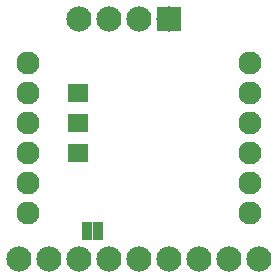
<source format=gbs>
G04 MADE WITH FRITZING*
G04 WWW.FRITZING.ORG*
G04 DOUBLE SIDED*
G04 HOLES PLATED*
G04 CONTOUR ON CENTER OF CONTOUR VECTOR*
%ASAXBY*%
%FSLAX23Y23*%
%MOIN*%
%OFA0B0*%
%SFA1.0B1.0*%
%ADD10C,0.084000*%
%ADD11C,0.076929*%
%ADD12R,0.035000X0.060000*%
%ADD13R,0.084000X0.084000*%
%LNMASK0*%
G90*
G70*
G54D10*
X564Y862D03*
X464Y862D03*
X364Y862D03*
X264Y862D03*
X64Y62D03*
X164Y62D03*
X264Y62D03*
X364Y62D03*
X464Y62D03*
X564Y62D03*
X664Y62D03*
X764Y62D03*
X864Y62D03*
G54D11*
X834Y714D03*
X834Y614D03*
X834Y514D03*
X834Y414D03*
X834Y314D03*
X834Y214D03*
X94Y714D03*
X94Y614D03*
X94Y514D03*
X94Y414D03*
X94Y314D03*
X94Y214D03*
G54D12*
X242Y615D03*
X277Y615D03*
X242Y514D03*
X277Y514D03*
X242Y416D03*
X277Y416D03*
X327Y156D03*
X291Y156D03*
G54D13*
X564Y862D03*
G04 End of Mask0*
M02*
</source>
